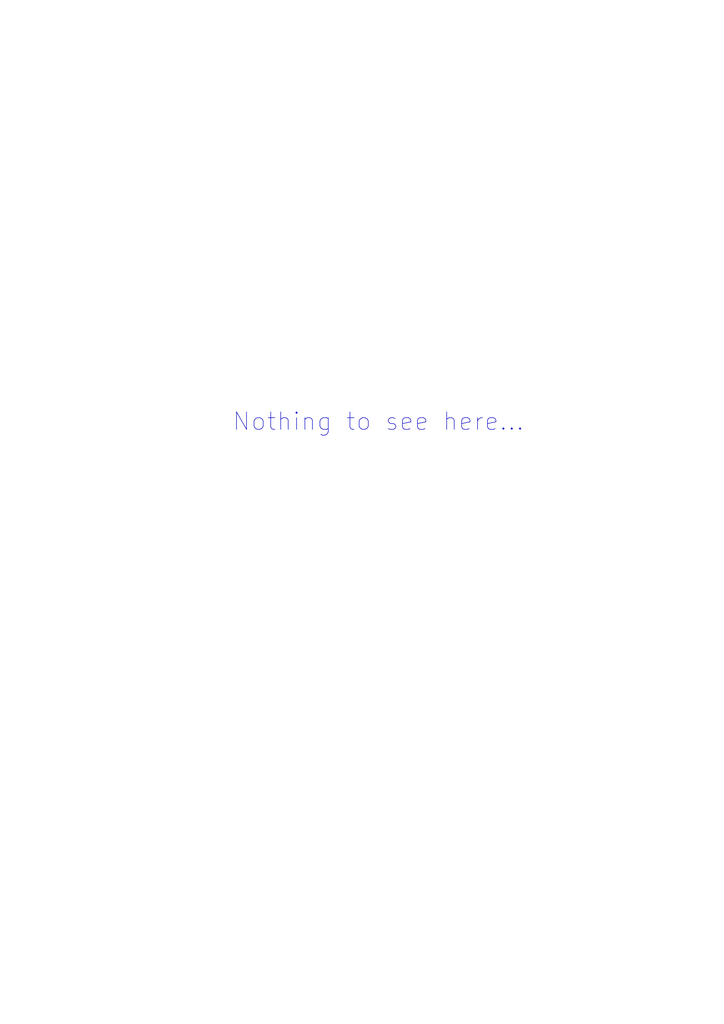
<source format=kicad_sch>
(kicad_sch
	(version 20231120)
	(generator "eeschema")
	(generator_version "8.0")
	(uuid "f6bb8ba5-02d0-493b-b07c-4b4eba7fe04e")
	(paper "A4" portrait)
	(title_block
		(title "Encoder Wheel 48")
		(date "${DATE}")
		(rev "3.0.1")
		(company "OpenFlap")
		(comment 1 "${GIT_TAG}")
		(comment 2 "Repo: github.com/ToonVanEyck/OpenFlap")
		(comment 3 "Designer: Toon Van Eyck")
	)
	(lib_symbols)
	(text "Nothing to see here..."
		(exclude_from_sim no)
		(at 109.728 122.428 0)
		(effects
			(font
				(size 5.08 5.08)
			)
		)
		(uuid "7fcb52bc-630c-4e26-aa1b-904edf933b63")
	)
	(sheet_instances
		(path "/"
			(page "1")
		)
	)
)

</source>
